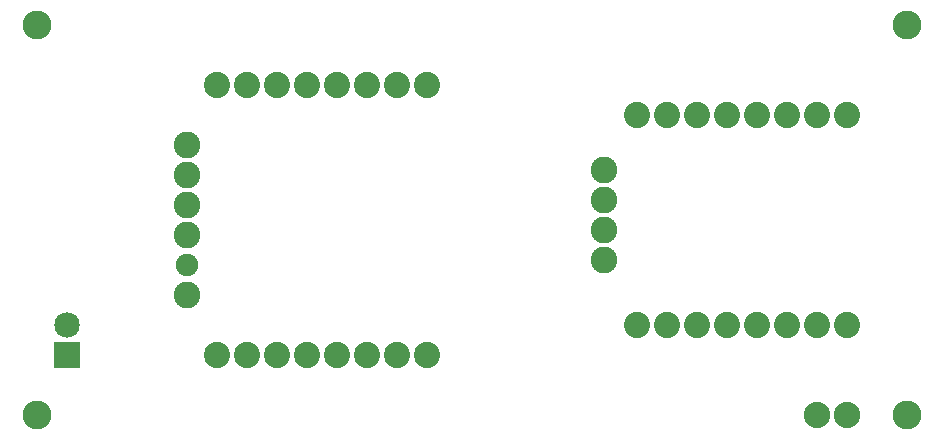
<source format=gbs>
G04 MADE WITH FRITZING*
G04 WWW.FRITZING.ORG*
G04 DOUBLE SIDED*
G04 HOLES PLATED*
G04 CONTOUR ON CENTER OF CONTOUR VECTOR*
%ASAXBY*%
%FSLAX23Y23*%
%MOIN*%
%OFA0B0*%
%SFA1.0B1.0*%
%ADD10C,0.088861*%
%ADD11C,0.074972*%
%ADD12C,0.088833*%
%ADD13C,0.087701*%
%ADD14C,0.087778*%
%ADD15C,0.085000*%
%ADD16C,0.088000*%
%ADD17C,0.096614*%
%ADD18R,0.085000X0.085000*%
%LNMASK0*%
G90*
G70*
G54D10*
X711Y610D03*
G54D11*
X711Y710D03*
G54D10*
X711Y810D03*
X711Y910D03*
X711Y1010D03*
X711Y1110D03*
G54D12*
X2101Y726D03*
X2101Y826D03*
X2101Y926D03*
X2101Y1026D03*
G54D13*
X2211Y510D03*
X2311Y510D03*
X2411Y510D03*
X2511Y510D03*
X2611Y510D03*
X2711Y510D03*
X2811Y510D03*
X2911Y510D03*
X2211Y1209D03*
X2311Y1209D03*
X2411Y1209D03*
X2511Y1209D03*
X2611Y1209D03*
X2711Y1209D03*
X2811Y1209D03*
X2911Y1209D03*
G54D14*
X1511Y1310D03*
X1411Y1310D03*
X1311Y1310D03*
X1211Y1310D03*
X1111Y1310D03*
X1011Y1310D03*
X911Y1310D03*
X811Y1310D03*
X811Y410D03*
X911Y410D03*
X1011Y410D03*
X1111Y410D03*
X1211Y410D03*
X1311Y410D03*
X1411Y410D03*
X1511Y410D03*
G54D15*
X311Y410D03*
X311Y510D03*
G54D16*
X2811Y210D03*
X2911Y210D03*
G54D17*
X211Y1510D03*
X211Y210D03*
X3111Y210D03*
X3111Y1510D03*
G54D18*
X311Y410D03*
G04 End of Mask0*
M02*
</source>
